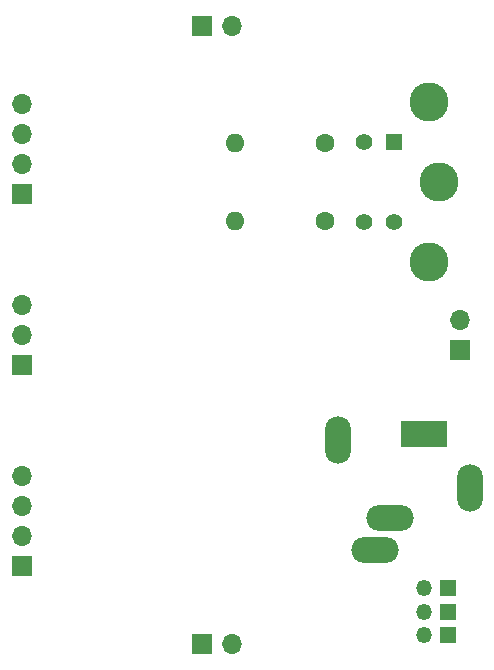
<source format=gbr>
G04 #@! TF.GenerationSoftware,KiCad,Pcbnew,(6.0.0)*
G04 #@! TF.CreationDate,2022-02-19T22:35:43+01:00*
G04 #@! TF.ProjectId,rfreplacement,72667265-706c-4616-9365-6d656e742e6b,rev?*
G04 #@! TF.SameCoordinates,Original*
G04 #@! TF.FileFunction,Soldermask,Bot*
G04 #@! TF.FilePolarity,Negative*
%FSLAX46Y46*%
G04 Gerber Fmt 4.6, Leading zero omitted, Abs format (unit mm)*
G04 Created by KiCad (PCBNEW (6.0.0)) date 2022-02-19 22:35:43*
%MOMM*%
%LPD*%
G01*
G04 APERTURE LIST*
%ADD10O,1.350000X1.350000*%
%ADD11R,1.350000X1.350000*%
%ADD12R,1.700000X1.700000*%
%ADD13O,1.700000X1.700000*%
%ADD14O,4.000000X2.200000*%
%ADD15O,2.200000X4.000000*%
%ADD16R,4.000000X2.200000*%
%ADD17R,1.398000X1.398000*%
%ADD18C,1.398000*%
%ADD19C,3.306000*%
%ADD20C,1.600000*%
%ADD21O,1.600000X1.600000*%
G04 APERTURE END LIST*
D10*
X142000000Y-108500000D03*
D11*
X144000000Y-108500000D03*
D10*
X142000000Y-104500000D03*
D11*
X144000000Y-104500000D03*
X144000000Y-106500000D03*
D10*
X142000000Y-106500000D03*
D12*
X107950000Y-102616000D03*
D13*
X107950000Y-100076000D03*
X107950000Y-97536000D03*
X107950000Y-94996000D03*
D12*
X107950000Y-85598000D03*
D13*
X107950000Y-83058000D03*
X107950000Y-80518000D03*
D12*
X107950000Y-71120000D03*
D13*
X107950000Y-68580000D03*
X107950000Y-66040000D03*
X107950000Y-63500000D03*
D14*
X137886000Y-101240000D03*
X139086000Y-98540000D03*
D15*
X145886000Y-96040000D03*
D16*
X141986000Y-91440000D03*
D15*
X134686000Y-91940000D03*
D17*
X139446000Y-66754000D03*
D18*
X139446000Y-73454000D03*
X136956000Y-66754000D03*
X136956000Y-73454000D03*
D19*
X143256000Y-70104000D03*
X142446000Y-76864000D03*
X142446000Y-63344000D03*
D20*
X133604000Y-66802000D03*
D21*
X125984000Y-66802000D03*
D20*
X133604000Y-73406000D03*
D21*
X125984000Y-73406000D03*
D12*
X145034000Y-84328000D03*
D13*
X145034000Y-81788000D03*
D12*
X123190000Y-109220000D03*
D13*
X125730000Y-109220000D03*
D12*
X123190000Y-56896000D03*
D13*
X125730000Y-56896000D03*
M02*

</source>
